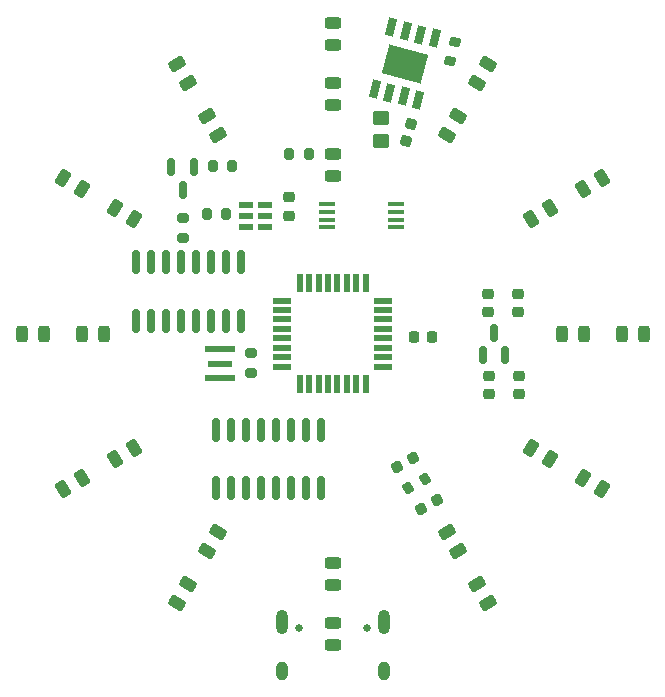
<source format=gbr>
%TF.GenerationSoftware,KiCad,Pcbnew,7.0.9*%
%TF.CreationDate,2025-01-08T15:48:33+01:00*%
%TF.ProjectId,DB-radar,44422d72-6164-4617-922e-6b696361645f,rev?*%
%TF.SameCoordinates,Original*%
%TF.FileFunction,Soldermask,Top*%
%TF.FilePolarity,Negative*%
%FSLAX46Y46*%
G04 Gerber Fmt 4.6, Leading zero omitted, Abs format (unit mm)*
G04 Created by KiCad (PCBNEW 7.0.9) date 2025-01-08 15:48:33*
%MOMM*%
%LPD*%
G01*
G04 APERTURE LIST*
G04 Aperture macros list*
%AMRoundRect*
0 Rectangle with rounded corners*
0 $1 Rounding radius*
0 $2 $3 $4 $5 $6 $7 $8 $9 X,Y pos of 4 corners*
0 Add a 4 corners polygon primitive as box body*
4,1,4,$2,$3,$4,$5,$6,$7,$8,$9,$2,$3,0*
0 Add four circle primitives for the rounded corners*
1,1,$1+$1,$2,$3*
1,1,$1+$1,$4,$5*
1,1,$1+$1,$6,$7*
1,1,$1+$1,$8,$9*
0 Add four rect primitives between the rounded corners*
20,1,$1+$1,$2,$3,$4,$5,0*
20,1,$1+$1,$4,$5,$6,$7,0*
20,1,$1+$1,$6,$7,$8,$9,0*
20,1,$1+$1,$8,$9,$2,$3,0*%
%AMRotRect*
0 Rectangle, with rotation*
0 The origin of the aperture is its center*
0 $1 length*
0 $2 width*
0 $3 Rotation angle, in degrees counterclockwise*
0 Add horizontal line*
21,1,$1,$2,0,0,$3*%
G04 Aperture macros list end*
%ADD10RoundRect,0.243750X0.439219X0.273249X0.017031X0.516999X-0.439219X-0.273249X-0.017031X-0.516999X0*%
%ADD11RoundRect,0.225000X-0.069856X-0.329006X0.319856X-0.104006X0.069856X0.329006X-0.319856X0.104006X0*%
%ADD12RotRect,0.700000X1.525000X165.000000*%
%ADD13RotRect,2.513000X3.402000X75.000000*%
%ADD14RoundRect,0.200000X-0.275000X0.200000X-0.275000X-0.200000X0.275000X-0.200000X0.275000X0.200000X0*%
%ADD15RoundRect,0.243750X0.243750X0.456250X-0.243750X0.456250X-0.243750X-0.456250X0.243750X-0.456250X0*%
%ADD16RoundRect,0.243750X-0.516999X-0.017031X-0.273249X-0.439219X0.516999X0.017031X0.273249X0.439219X0*%
%ADD17RoundRect,0.243750X-0.017031X0.516999X-0.439219X0.273249X0.017031X-0.516999X0.439219X-0.273249X0*%
%ADD18RoundRect,0.243750X0.273249X-0.439219X0.516999X-0.017031X-0.273249X0.439219X-0.516999X0.017031X0*%
%ADD19RoundRect,0.225000X-0.183247X0.282038X-0.299716X-0.152629X0.183247X-0.282038X0.299716X0.152629X0*%
%ADD20RoundRect,0.243750X-0.456250X0.243750X-0.456250X-0.243750X0.456250X-0.243750X0.456250X0.243750X0*%
%ADD21RoundRect,0.243750X0.456250X-0.243750X0.456250X0.243750X-0.456250X0.243750X-0.456250X-0.243750X0*%
%ADD22RoundRect,0.243750X-0.273249X0.439219X-0.516999X0.017031X0.273249X-0.439219X0.516999X-0.017031X0*%
%ADD23R,2.540000X0.550000*%
%ADD24R,2.000000X0.550000*%
%ADD25RoundRect,0.200000X-0.035705X-0.338157X0.310705X-0.138157X0.035705X0.338157X-0.310705X0.138157X0*%
%ADD26R,1.600000X0.550000*%
%ADD27R,0.550000X1.600000*%
%ADD28RoundRect,0.225000X0.250000X-0.225000X0.250000X0.225000X-0.250000X0.225000X-0.250000X-0.225000X0*%
%ADD29RoundRect,0.243750X0.017031X-0.516999X0.439219X-0.273249X-0.017031X0.516999X-0.439219X0.273249X0*%
%ADD30RoundRect,0.243750X0.516999X0.017031X0.273249X0.439219X-0.516999X-0.017031X-0.273249X-0.439219X0*%
%ADD31RoundRect,0.150000X0.150000X-0.587500X0.150000X0.587500X-0.150000X0.587500X-0.150000X-0.587500X0*%
%ADD32RoundRect,0.150000X0.150000X-0.825000X0.150000X0.825000X-0.150000X0.825000X-0.150000X-0.825000X0*%
%ADD33RoundRect,0.200000X-0.200000X-0.275000X0.200000X-0.275000X0.200000X0.275000X-0.200000X0.275000X0*%
%ADD34R,1.150000X0.600000*%
%ADD35RoundRect,0.243750X-0.439219X-0.273249X-0.017031X-0.516999X0.439219X0.273249X0.017031X0.516999X0*%
%ADD36RoundRect,0.225000X0.225000X0.250000X-0.225000X0.250000X-0.225000X-0.250000X0.225000X-0.250000X0*%
%ADD37R,1.475000X0.450000*%
%ADD38RoundRect,0.225000X-0.250000X0.225000X-0.250000X-0.225000X0.250000X-0.225000X0.250000X0.225000X0*%
%ADD39RoundRect,0.200000X0.275000X-0.200000X0.275000X0.200000X-0.275000X0.200000X-0.275000X-0.200000X0*%
%ADD40RoundRect,0.243750X-0.243750X-0.456250X0.243750X-0.456250X0.243750X0.456250X-0.243750X0.456250X0*%
%ADD41RoundRect,0.150000X-0.150000X0.587500X-0.150000X-0.587500X0.150000X-0.587500X0.150000X0.587500X0*%
%ADD42RoundRect,0.200000X0.213866X-0.264360X0.317393X0.122010X-0.213866X0.264360X-0.317393X-0.122010X0*%
%ADD43RoundRect,0.250000X0.450000X-0.350000X0.450000X0.350000X-0.450000X0.350000X-0.450000X-0.350000X0*%
%ADD44C,0.650000*%
%ADD45O,1.000000X1.600000*%
%ADD46O,1.000000X2.100000*%
G04 APERTURE END LIST*
D10*
%TO.C,D28*%
X84814263Y-117308750D03*
X83190465Y-116371250D03*
%TD*%
D11*
%TO.C,C9*%
X108367170Y-137552736D03*
X107024830Y-138327736D03*
%TD*%
D12*
%TO.C,U3*%
X105153994Y-106266541D03*
X106380720Y-106595241D03*
X107607446Y-106923941D03*
X108834171Y-107252641D03*
X110238006Y-102013459D03*
X109011280Y-101684759D03*
X107784554Y-101356059D03*
X106557829Y-101027359D03*
D13*
X107696000Y-104140000D03*
%TD*%
D14*
%TO.C,R4*%
X94658224Y-128672989D03*
X94658224Y-130322989D03*
%TD*%
D15*
%TO.C,D11*%
X77137500Y-127000000D03*
X75262500Y-127000000D03*
%TD*%
D10*
%TO.C,D12*%
X80414854Y-114768750D03*
X78791056Y-113831250D03*
%TD*%
D16*
%TO.C,D23*%
X111291250Y-143785737D03*
X112228750Y-145409535D03*
%TD*%
D17*
%TO.C,D26*%
X84814263Y-136691250D03*
X83190465Y-137628750D03*
%TD*%
D18*
%TO.C,D19*%
X111291250Y-110214263D03*
X112228750Y-108590465D03*
%TD*%
D19*
%TO.C,C4*%
X108204000Y-109220000D03*
X107802830Y-110717186D03*
%TD*%
D20*
%TO.C,D8*%
X101600000Y-151462500D03*
X101600000Y-153337500D03*
%TD*%
D21*
%TO.C,D14*%
X101600000Y-102537500D03*
X101600000Y-100662500D03*
%TD*%
D22*
%TO.C,D25*%
X91908750Y-143785737D03*
X90971250Y-145409535D03*
%TD*%
D23*
%TO.C,Y1*%
X92075000Y-130740000D03*
X92075000Y-128340000D03*
D24*
X92075000Y-129540000D03*
%TD*%
D17*
%TO.C,D10*%
X80414854Y-139231250D03*
X78791056Y-140168750D03*
%TD*%
D25*
%TO.C,R11*%
X107997529Y-140112500D03*
X109426471Y-139287500D03*
%TD*%
D26*
%TO.C,U1*%
X97350000Y-124200000D03*
X97350000Y-125000000D03*
X97350000Y-125800000D03*
X97350000Y-126600000D03*
X97350000Y-127400000D03*
X97350000Y-128200000D03*
X97350000Y-129000000D03*
X97350000Y-129800000D03*
D27*
X98800000Y-131250000D03*
X99600000Y-131250000D03*
X100400000Y-131250000D03*
X101200000Y-131250000D03*
X102000000Y-131250000D03*
X102800000Y-131250000D03*
X103600000Y-131250000D03*
X104400000Y-131250000D03*
D26*
X105850000Y-129800000D03*
X105850000Y-129000000D03*
X105850000Y-128200000D03*
X105850000Y-127400000D03*
X105850000Y-126600000D03*
X105850000Y-125800000D03*
X105850000Y-125000000D03*
X105850000Y-124200000D03*
D27*
X104400000Y-122750000D03*
X103600000Y-122750000D03*
X102800000Y-122750000D03*
X102000000Y-122750000D03*
X101200000Y-122750000D03*
X100400000Y-122750000D03*
X99600000Y-122750000D03*
X98800000Y-122750000D03*
%TD*%
D28*
%TO.C,C7*%
X114838000Y-132106000D03*
X114838000Y-130556000D03*
%TD*%
D29*
%TO.C,D4*%
X122785146Y-114768750D03*
X124408944Y-113831250D03*
%TD*%
D30*
%TO.C,D13*%
X89368750Y-105814854D03*
X88431250Y-104191056D03*
%TD*%
D31*
%TO.C,U4*%
X114300000Y-128791000D03*
X116200000Y-128791000D03*
X115250000Y-126916000D03*
%TD*%
D32*
%TO.C,U8*%
X91694000Y-140078000D03*
X92964000Y-140078000D03*
X94234000Y-140078000D03*
X95504000Y-140078000D03*
X96774000Y-140078000D03*
X98044000Y-140078000D03*
X99314000Y-140078000D03*
X100584000Y-140078000D03*
X100584000Y-135128000D03*
X99314000Y-135128000D03*
X98044000Y-135128000D03*
X96774000Y-135128000D03*
X95504000Y-135128000D03*
X94234000Y-135128000D03*
X92964000Y-135128000D03*
X91694000Y-135128000D03*
%TD*%
D33*
%TO.C,R14*%
X91440000Y-112776000D03*
X93090000Y-112776000D03*
%TD*%
D34*
%TO.C,U2*%
X94302000Y-116073000D03*
X94302000Y-117023000D03*
X94302000Y-117973000D03*
X95902000Y-117973000D03*
X95902000Y-117023000D03*
X95902000Y-116073000D03*
%TD*%
D18*
%TO.C,D3*%
X113831250Y-105814854D03*
X114768750Y-104191056D03*
%TD*%
D32*
%TO.C,U5*%
X84963000Y-125919000D03*
X86233000Y-125919000D03*
X87503000Y-125919000D03*
X88773000Y-125919000D03*
X90043000Y-125919000D03*
X91313000Y-125919000D03*
X92583000Y-125919000D03*
X93853000Y-125919000D03*
X93853000Y-120969000D03*
X92583000Y-120969000D03*
X91313000Y-120969000D03*
X90043000Y-120969000D03*
X88773000Y-120969000D03*
X87503000Y-120969000D03*
X86233000Y-120969000D03*
X84963000Y-120969000D03*
%TD*%
D35*
%TO.C,D22*%
X118385737Y-136691250D03*
X120009535Y-137628750D03*
%TD*%
D36*
%TO.C,C1*%
X110008000Y-127254000D03*
X108458000Y-127254000D03*
%TD*%
D30*
%TO.C,D29*%
X91908750Y-110214263D03*
X90971250Y-108590465D03*
%TD*%
D37*
%TO.C,Q1*%
X101092000Y-116048000D03*
X101092000Y-116698000D03*
X101092000Y-117348000D03*
X101092000Y-117998000D03*
X106968000Y-117998000D03*
X106968000Y-117348000D03*
X106968000Y-116698000D03*
X106968000Y-116048000D03*
%TD*%
D33*
%TO.C,R9*%
X90932000Y-116840000D03*
X92582000Y-116840000D03*
%TD*%
D29*
%TO.C,D20*%
X118385737Y-117308750D03*
X120009535Y-116371250D03*
%TD*%
D28*
%TO.C,C2*%
X97934000Y-117023000D03*
X97934000Y-115473000D03*
%TD*%
D38*
%TO.C,C5*%
X117256112Y-123617346D03*
X117256112Y-125167346D03*
%TD*%
D21*
%TO.C,D1*%
X101600000Y-113635000D03*
X101600000Y-111760000D03*
%TD*%
D11*
%TO.C,C10*%
X109056830Y-141847264D03*
X110399170Y-141072264D03*
%TD*%
D20*
%TO.C,D24*%
X101600000Y-146382500D03*
X101600000Y-148257500D03*
%TD*%
D38*
%TO.C,C6*%
X114746112Y-123617346D03*
X114746112Y-125167346D03*
%TD*%
D22*
%TO.C,D9*%
X89368750Y-148185146D03*
X88431250Y-149808944D03*
%TD*%
D21*
%TO.C,D30*%
X101600000Y-107617500D03*
X101600000Y-105742500D03*
%TD*%
D39*
%TO.C,R3*%
X88900000Y-118872000D03*
X88900000Y-117222000D03*
%TD*%
D40*
%TO.C,D21*%
X120982500Y-127000000D03*
X122857500Y-127000000D03*
%TD*%
%TO.C,D5*%
X126062500Y-127000000D03*
X127937500Y-127000000D03*
%TD*%
D28*
%TO.C,C8*%
X117348000Y-132106000D03*
X117348000Y-130556000D03*
%TD*%
D41*
%TO.C,Q3*%
X87950000Y-112933000D03*
X89850000Y-112933000D03*
X88900000Y-114808000D03*
%TD*%
D15*
%TO.C,D27*%
X82217500Y-127000000D03*
X80342500Y-127000000D03*
%TD*%
D42*
%TO.C,R6*%
X111546474Y-103920889D03*
X111973526Y-102327111D03*
%TD*%
D35*
%TO.C,D6*%
X122785146Y-139231250D03*
X124408944Y-140168750D03*
%TD*%
D16*
%TO.C,D7*%
X113831250Y-148185146D03*
X114768750Y-149808944D03*
%TD*%
D43*
%TO.C,R10*%
X105664000Y-110728000D03*
X105664000Y-108728000D03*
%TD*%
D33*
%TO.C,R7*%
X97918000Y-111760000D03*
X99568000Y-111760000D03*
%TD*%
D44*
%TO.C,J1*%
X104490000Y-151914000D03*
X98710000Y-151914000D03*
D45*
X105920000Y-155564000D03*
D46*
X105920000Y-151384000D03*
D45*
X97280000Y-155564000D03*
D46*
X97280000Y-151384000D03*
%TD*%
M02*

</source>
